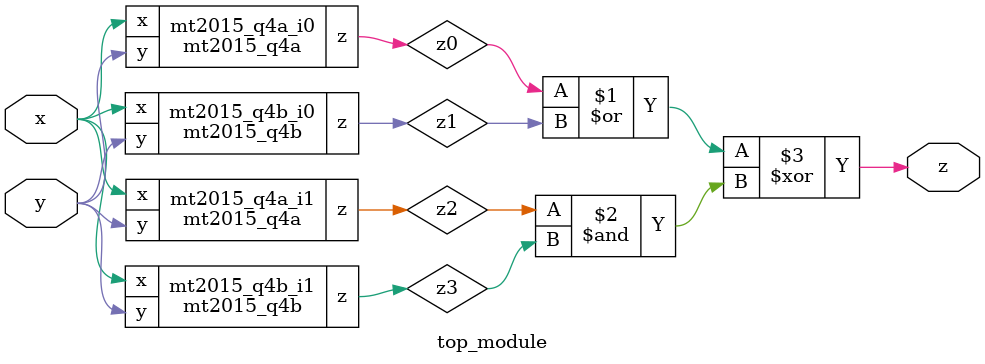
<source format=v>

`default_nettype none

module mt2015_q4a (
    input   x,
    input   y,
    output  z
);

    assign z = (x ^ y) & x;

endmodule

//
// Usually one module in a file is recommended.
//
module mt2015_q4b (
    input   x,
    input   y,
    output  z
);

    assign z = (x == y);

endmodule

module top_module (
    input   x,
    input   y,
    output  z
);

    wire z0;
    mt2015_q4a mt2015_q4a_i0 (
        .x  ( x     ),
        .y  ( y     ),
        .z  ( z0    )
    );

    wire z1;
    mt2015_q4b mt2015_q4b_i0 (
        .x  ( x     ),
        .y  ( y     ),
        .z  ( z1    )
    );

    wire z2;
    mt2015_q4a mt2015_q4a_i1 (
        .x  ( x     ),
        .y  ( y     ),
        .z  ( z2    )
    );

    wire z3;
    mt2015_q4b mt2015_q4b_i1 (
        .x  ( x     ),
        .y  ( y     ),
        .z  ( z3    )
    );

    assign z = (z0 | z1) ^ (z2 & z3);


endmodule
</source>
